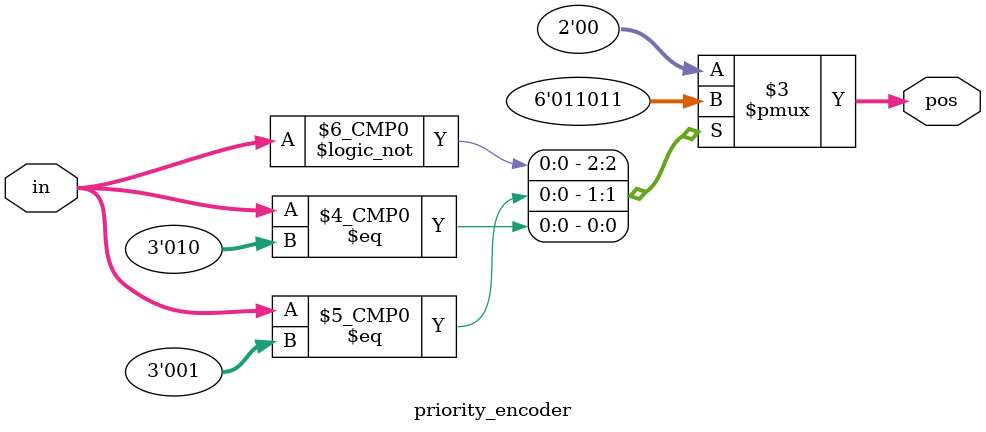
<source format=v>
module priority_encoder( 
input [2:0] in,
output reg [1:0] pos ); 
// When sel=1, assign b to out
always @(*)
begin
case(in)
3'b100: pos = 2'b00;
3'b000: pos = 2'b01;
3'b001: pos = 2'b10;
3'b010: pos = 2'b11;
default: pos = 2'b00;
endcase
end 
endmodule

</source>
